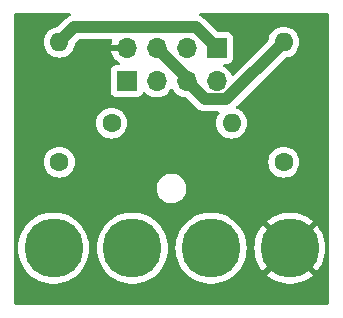
<source format=gbl>
G04 #@! TF.GenerationSoftware,KiCad,Pcbnew,7.0.10*
G04 #@! TF.CreationDate,2024-07-28T21:48:16+02:00*
G04 #@! TF.ProjectId,Traffic LED Board,54726166-6669-4632-904c-454420426f61,rev?*
G04 #@! TF.SameCoordinates,Original*
G04 #@! TF.FileFunction,Copper,L2,Bot*
G04 #@! TF.FilePolarity,Positive*
%FSLAX46Y46*%
G04 Gerber Fmt 4.6, Leading zero omitted, Abs format (unit mm)*
G04 Created by KiCad (PCBNEW 7.0.10) date 2024-07-28 21:48:16*
%MOMM*%
%LPD*%
G01*
G04 APERTURE LIST*
G04 #@! TA.AperFunction,ComponentPad*
%ADD10R,1.700000X1.700000*%
G04 #@! TD*
G04 #@! TA.AperFunction,ComponentPad*
%ADD11O,1.700000X1.700000*%
G04 #@! TD*
G04 #@! TA.AperFunction,ComponentPad*
%ADD12C,5.000000*%
G04 #@! TD*
G04 #@! TA.AperFunction,ComponentPad*
%ADD13C,1.600000*%
G04 #@! TD*
G04 #@! TA.AperFunction,ComponentPad*
%ADD14O,1.600000X1.600000*%
G04 #@! TD*
G04 #@! TA.AperFunction,Conductor*
%ADD15C,1.000000*%
G04 #@! TD*
G04 APERTURE END LIST*
D10*
X109474000Y-105918000D03*
D11*
X112014000Y-105918000D03*
X114554000Y-105918000D03*
X117094000Y-105918000D03*
D12*
X109950599Y-120064356D03*
D13*
X103774000Y-112776000D03*
D14*
X103774000Y-102616000D03*
D13*
X122774000Y-112776000D03*
D14*
X122774000Y-102616000D03*
D10*
X117094000Y-103124000D03*
D11*
X114554000Y-103124000D03*
X112014000Y-103124000D03*
X109474000Y-103124000D03*
D12*
X103283933Y-120064356D03*
X123283933Y-120064356D03*
D13*
X108194000Y-109474000D03*
D14*
X118354000Y-109474000D03*
D12*
X116617265Y-120064356D03*
D15*
X115316000Y-101346000D02*
X105044000Y-101346000D01*
X117094000Y-103124000D02*
X115316000Y-101346000D01*
X105044000Y-101346000D02*
X103774000Y-102616000D01*
X116104000Y-107468000D02*
X117922000Y-107468000D01*
X114554000Y-105664000D02*
X112014000Y-103124000D01*
X114554000Y-105918000D02*
X114554000Y-105664000D01*
X117922000Y-107468000D02*
X122774000Y-102616000D01*
X114554000Y-105918000D02*
X116104000Y-107468000D01*
G04 #@! TA.AperFunction,Conductor*
G36*
X104692381Y-100185224D02*
G01*
X104738136Y-100238028D01*
X104748080Y-100307186D01*
X104719055Y-100370742D01*
X104661338Y-100408199D01*
X104658800Y-100408968D01*
X104656191Y-100409760D01*
X104481001Y-100503401D01*
X104480994Y-100503405D01*
X104327431Y-100629432D01*
X104299706Y-100663215D01*
X104291535Y-100672229D01*
X103682368Y-101281396D01*
X103621045Y-101314881D01*
X103605497Y-101317243D01*
X103545916Y-101322456D01*
X103545910Y-101322457D01*
X103324761Y-101381714D01*
X103324750Y-101381718D01*
X103117254Y-101478475D01*
X103117252Y-101478476D01*
X103117251Y-101478477D01*
X102929700Y-101609802D01*
X102929698Y-101609803D01*
X102929695Y-101609806D01*
X102767806Y-101771695D01*
X102767803Y-101771698D01*
X102767802Y-101771700D01*
X102731804Y-101823111D01*
X102636476Y-101959252D01*
X102636475Y-101959254D01*
X102539718Y-102166750D01*
X102539714Y-102166761D01*
X102480457Y-102387910D01*
X102480456Y-102387918D01*
X102460502Y-102615998D01*
X102460502Y-102616001D01*
X102480456Y-102844081D01*
X102480457Y-102844089D01*
X102539714Y-103065238D01*
X102539718Y-103065249D01*
X102625869Y-103250000D01*
X102636477Y-103272749D01*
X102767802Y-103460300D01*
X102929700Y-103622198D01*
X103117251Y-103753523D01*
X103158572Y-103772791D01*
X103324750Y-103850281D01*
X103324752Y-103850281D01*
X103324757Y-103850284D01*
X103545913Y-103909543D01*
X103708832Y-103923796D01*
X103773998Y-103929498D01*
X103774000Y-103929498D01*
X103774002Y-103929498D01*
X103831021Y-103924509D01*
X104002087Y-103909543D01*
X104223243Y-103850284D01*
X104430749Y-103753523D01*
X104618300Y-103622198D01*
X104780198Y-103460300D01*
X104911523Y-103272749D01*
X105008284Y-103065243D01*
X105067543Y-102844087D01*
X105072755Y-102784503D01*
X105098207Y-102719436D01*
X105108586Y-102707646D01*
X105425416Y-102390816D01*
X105486738Y-102357334D01*
X105513096Y-102354500D01*
X108148623Y-102354500D01*
X108215662Y-102374185D01*
X108261417Y-102426989D01*
X108271361Y-102496147D01*
X108261005Y-102530905D01*
X108200569Y-102660507D01*
X108200567Y-102660513D01*
X108143364Y-102873999D01*
X108143364Y-102874000D01*
X109040314Y-102874000D01*
X109014507Y-102914156D01*
X108974000Y-103052111D01*
X108974000Y-103195889D01*
X109014507Y-103333844D01*
X109040314Y-103374000D01*
X108143364Y-103374000D01*
X108200567Y-103587486D01*
X108200570Y-103587492D01*
X108300399Y-103801578D01*
X108435894Y-103995082D01*
X108602917Y-104162105D01*
X108796421Y-104297600D01*
X108851145Y-104323118D01*
X108903584Y-104369290D01*
X108922736Y-104436484D01*
X108902520Y-104503365D01*
X108849355Y-104548700D01*
X108798740Y-104559500D01*
X108575345Y-104559500D01*
X108514797Y-104566011D01*
X108514795Y-104566011D01*
X108377795Y-104617111D01*
X108260739Y-104704739D01*
X108173111Y-104821795D01*
X108122011Y-104958795D01*
X108122011Y-104958797D01*
X108115500Y-105019345D01*
X108115500Y-106816654D01*
X108122011Y-106877202D01*
X108122011Y-106877204D01*
X108173111Y-107014204D01*
X108260739Y-107131261D01*
X108377796Y-107218889D01*
X108514799Y-107269989D01*
X108542050Y-107272918D01*
X108575345Y-107276499D01*
X108575362Y-107276500D01*
X110372638Y-107276500D01*
X110372654Y-107276499D01*
X110399692Y-107273591D01*
X110433201Y-107269989D01*
X110570204Y-107218889D01*
X110687261Y-107131261D01*
X110774889Y-107014204D01*
X110820138Y-106892887D01*
X110862009Y-106836956D01*
X110927474Y-106812539D01*
X110995746Y-106827391D01*
X111027545Y-106852236D01*
X111090760Y-106920906D01*
X111268424Y-107059189D01*
X111268425Y-107059189D01*
X111268427Y-107059191D01*
X111395135Y-107127761D01*
X111466426Y-107166342D01*
X111679365Y-107239444D01*
X111901431Y-107276500D01*
X112126569Y-107276500D01*
X112348635Y-107239444D01*
X112561574Y-107166342D01*
X112759576Y-107059189D01*
X112937240Y-106920906D01*
X113089722Y-106755268D01*
X113180193Y-106616790D01*
X113233338Y-106571437D01*
X113302569Y-106562013D01*
X113365905Y-106591515D01*
X113387804Y-106616787D01*
X113478278Y-106755268D01*
X113478283Y-106755273D01*
X113478284Y-106755276D01*
X113604968Y-106892889D01*
X113630760Y-106920906D01*
X113808424Y-107059189D01*
X113808425Y-107059189D01*
X113808427Y-107059191D01*
X113935135Y-107127761D01*
X114006426Y-107166342D01*
X114219365Y-107239444D01*
X114441431Y-107276500D01*
X114441441Y-107276500D01*
X114445008Y-107276796D01*
X114446382Y-107277326D01*
X114446489Y-107277344D01*
X114446485Y-107277365D01*
X114510194Y-107301944D01*
X114522458Y-107312692D01*
X115351534Y-108141768D01*
X115359706Y-108150784D01*
X115384057Y-108180456D01*
X115387432Y-108184568D01*
X115540994Y-108310594D01*
X115541001Y-108310598D01*
X115589414Y-108336475D01*
X115716196Y-108404241D01*
X115906299Y-108461909D01*
X116104000Y-108481380D01*
X116144490Y-108477392D01*
X116147489Y-108477097D01*
X116159642Y-108476500D01*
X117216872Y-108476500D01*
X117283911Y-108496185D01*
X117329666Y-108548989D01*
X117339610Y-108618147D01*
X117318447Y-108671622D01*
X117251031Y-108767902D01*
X117216476Y-108817252D01*
X117216475Y-108817254D01*
X117119718Y-109024750D01*
X117119714Y-109024761D01*
X117060457Y-109245910D01*
X117060456Y-109245918D01*
X117040502Y-109473998D01*
X117040502Y-109474001D01*
X117060456Y-109702081D01*
X117060457Y-109702089D01*
X117119714Y-109923238D01*
X117119718Y-109923249D01*
X117216475Y-110130745D01*
X117216477Y-110130749D01*
X117347802Y-110318300D01*
X117509700Y-110480198D01*
X117697251Y-110611523D01*
X117822091Y-110669736D01*
X117904750Y-110708281D01*
X117904752Y-110708281D01*
X117904757Y-110708284D01*
X118125913Y-110767543D01*
X118288832Y-110781796D01*
X118353998Y-110787498D01*
X118354000Y-110787498D01*
X118354002Y-110787498D01*
X118411021Y-110782509D01*
X118582087Y-110767543D01*
X118803243Y-110708284D01*
X119010749Y-110611523D01*
X119198300Y-110480198D01*
X119360198Y-110318300D01*
X119491523Y-110130749D01*
X119588284Y-109923243D01*
X119647543Y-109702087D01*
X119667498Y-109474000D01*
X119647543Y-109245913D01*
X119588284Y-109024757D01*
X119491523Y-108817251D01*
X119360198Y-108629700D01*
X119198300Y-108467802D01*
X119010749Y-108336477D01*
X118955242Y-108310594D01*
X118809117Y-108242455D01*
X118756677Y-108196283D01*
X118737525Y-108129090D01*
X118757740Y-108062208D01*
X118773835Y-108042397D01*
X122865632Y-103950600D01*
X122926953Y-103917117D01*
X122942496Y-103914756D01*
X123002087Y-103909543D01*
X123223243Y-103850284D01*
X123430749Y-103753523D01*
X123618300Y-103622198D01*
X123780198Y-103460300D01*
X123911523Y-103272749D01*
X124008284Y-103065243D01*
X124067543Y-102844087D01*
X124087498Y-102616000D01*
X124067543Y-102387913D01*
X124008284Y-102166757D01*
X123911523Y-101959251D01*
X123780198Y-101771700D01*
X123618300Y-101609802D01*
X123430749Y-101478477D01*
X123430745Y-101478475D01*
X123223249Y-101381718D01*
X123223238Y-101381714D01*
X123002089Y-101322457D01*
X123002081Y-101322456D01*
X122774002Y-101302502D01*
X122773998Y-101302502D01*
X122545918Y-101322456D01*
X122545910Y-101322457D01*
X122324761Y-101381714D01*
X122324750Y-101381718D01*
X122117254Y-101478475D01*
X122117252Y-101478476D01*
X122117251Y-101478477D01*
X121929700Y-101609802D01*
X121929698Y-101609803D01*
X121929695Y-101609806D01*
X121767806Y-101771695D01*
X121767803Y-101771698D01*
X121767802Y-101771700D01*
X121731804Y-101823111D01*
X121636476Y-101959252D01*
X121636475Y-101959254D01*
X121539718Y-102166750D01*
X121539714Y-102166761D01*
X121480457Y-102387910D01*
X121480456Y-102387916D01*
X121475243Y-102447497D01*
X121449789Y-102512565D01*
X121439396Y-102524368D01*
X118537754Y-105426010D01*
X118476431Y-105459495D01*
X118406739Y-105454511D01*
X118350806Y-105412639D01*
X118337691Y-105390733D01*
X118267602Y-105240426D01*
X118267599Y-105240420D01*
X118132113Y-105046926D01*
X118132108Y-105046920D01*
X117965082Y-104879894D01*
X117771578Y-104744399D01*
X117716855Y-104718882D01*
X117664416Y-104672710D01*
X117645264Y-104605516D01*
X117665480Y-104538635D01*
X117718645Y-104493300D01*
X117769260Y-104482500D01*
X117992638Y-104482500D01*
X117992654Y-104482499D01*
X118019692Y-104479591D01*
X118053201Y-104475989D01*
X118190204Y-104424889D01*
X118307261Y-104337261D01*
X118394889Y-104220204D01*
X118445989Y-104083201D01*
X118449591Y-104049692D01*
X118452499Y-104022654D01*
X118452500Y-104022637D01*
X118452500Y-102225362D01*
X118452499Y-102225345D01*
X118449157Y-102194270D01*
X118445989Y-102164799D01*
X118394889Y-102027796D01*
X118307261Y-101910739D01*
X118190204Y-101823111D01*
X118053203Y-101772011D01*
X117992654Y-101765500D01*
X117992638Y-101765500D01*
X117213096Y-101765500D01*
X117146057Y-101745815D01*
X117125415Y-101729181D01*
X116068464Y-100672230D01*
X116060291Y-100663213D01*
X116032567Y-100629430D01*
X115879005Y-100503405D01*
X115878998Y-100503401D01*
X115703808Y-100409760D01*
X115702329Y-100409311D01*
X115698661Y-100408199D01*
X115640224Y-100369902D01*
X115611768Y-100306090D01*
X115622328Y-100237023D01*
X115668552Y-100184629D01*
X115734658Y-100165539D01*
X126484461Y-100165539D01*
X126551500Y-100185224D01*
X126597255Y-100238028D01*
X126608461Y-100289539D01*
X126608461Y-124710461D01*
X126588776Y-124777500D01*
X126535972Y-124823255D01*
X126484461Y-124834461D01*
X100063539Y-124834461D01*
X99996500Y-124814776D01*
X99950745Y-124761972D01*
X99939539Y-124710461D01*
X99939539Y-120064359D01*
X100270334Y-120064359D01*
X100290711Y-120414213D01*
X100290712Y-120414224D01*
X100351563Y-120759331D01*
X100351565Y-120759338D01*
X100452076Y-121095069D01*
X100590879Y-121416848D01*
X100590885Y-121416861D01*
X100766108Y-121720357D01*
X100975378Y-122001456D01*
X100975383Y-122001462D01*
X100978394Y-122004653D01*
X101215876Y-122256368D01*
X101215882Y-122256373D01*
X101215884Y-122256375D01*
X101476197Y-122474805D01*
X101484336Y-122481634D01*
X101777133Y-122674209D01*
X102090307Y-122831491D01*
X102419623Y-122951352D01*
X102419629Y-122951353D01*
X102419631Y-122951354D01*
X102760611Y-123032169D01*
X102760618Y-123032170D01*
X102760627Y-123032172D01*
X103108708Y-123072856D01*
X103108715Y-123072856D01*
X103459151Y-123072856D01*
X103459158Y-123072856D01*
X103807239Y-123032172D01*
X103807248Y-123032169D01*
X103807254Y-123032169D01*
X104082304Y-122966979D01*
X104148243Y-122951352D01*
X104477559Y-122831491D01*
X104790733Y-122674209D01*
X105083530Y-122481634D01*
X105351990Y-122256368D01*
X105592484Y-122001460D01*
X105801758Y-121720356D01*
X105976983Y-121416857D01*
X106115790Y-121095068D01*
X106216300Y-120759340D01*
X106216650Y-120757358D01*
X106277153Y-120414224D01*
X106277152Y-120414224D01*
X106277155Y-120414213D01*
X106297532Y-120064359D01*
X106937000Y-120064359D01*
X106957377Y-120414213D01*
X106957378Y-120414224D01*
X107018229Y-120759331D01*
X107018231Y-120759338D01*
X107118742Y-121095069D01*
X107257545Y-121416848D01*
X107257551Y-121416861D01*
X107432774Y-121720357D01*
X107642044Y-122001456D01*
X107642049Y-122001462D01*
X107645060Y-122004653D01*
X107882542Y-122256368D01*
X107882548Y-122256373D01*
X107882550Y-122256375D01*
X108142863Y-122474805D01*
X108151002Y-122481634D01*
X108443799Y-122674209D01*
X108756973Y-122831491D01*
X109086289Y-122951352D01*
X109086295Y-122951353D01*
X109086297Y-122951354D01*
X109427277Y-123032169D01*
X109427284Y-123032170D01*
X109427293Y-123032172D01*
X109775374Y-123072856D01*
X109775381Y-123072856D01*
X110125817Y-123072856D01*
X110125824Y-123072856D01*
X110473905Y-123032172D01*
X110473914Y-123032169D01*
X110473920Y-123032169D01*
X110748970Y-122966979D01*
X110814909Y-122951352D01*
X111144225Y-122831491D01*
X111457399Y-122674209D01*
X111750196Y-122481634D01*
X112018656Y-122256368D01*
X112259150Y-122001460D01*
X112468424Y-121720356D01*
X112643649Y-121416857D01*
X112782456Y-121095068D01*
X112882966Y-120759340D01*
X112883316Y-120757358D01*
X112943819Y-120414224D01*
X112943818Y-120414224D01*
X112943821Y-120414213D01*
X112964198Y-120064359D01*
X113603666Y-120064359D01*
X113624043Y-120414213D01*
X113624044Y-120414224D01*
X113684895Y-120759331D01*
X113684897Y-120759338D01*
X113785408Y-121095069D01*
X113924211Y-121416848D01*
X113924217Y-121416861D01*
X114099440Y-121720357D01*
X114308710Y-122001456D01*
X114308715Y-122001462D01*
X114311726Y-122004653D01*
X114549208Y-122256368D01*
X114549214Y-122256373D01*
X114549216Y-122256375D01*
X114809529Y-122474805D01*
X114817668Y-122481634D01*
X115110465Y-122674209D01*
X115423639Y-122831491D01*
X115752955Y-122951352D01*
X115752961Y-122951353D01*
X115752963Y-122951354D01*
X116093943Y-123032169D01*
X116093950Y-123032170D01*
X116093959Y-123032172D01*
X116442040Y-123072856D01*
X116442047Y-123072856D01*
X116792483Y-123072856D01*
X116792490Y-123072856D01*
X117140571Y-123032172D01*
X117140580Y-123032169D01*
X117140586Y-123032169D01*
X117415636Y-122966979D01*
X117481575Y-122951352D01*
X117810891Y-122831491D01*
X118124065Y-122674209D01*
X118416862Y-122481634D01*
X118685322Y-122256368D01*
X118925816Y-122001460D01*
X119135090Y-121720356D01*
X119310315Y-121416857D01*
X119449122Y-121095068D01*
X119549632Y-120759340D01*
X119549982Y-120757358D01*
X119610485Y-120414224D01*
X119610484Y-120414224D01*
X119610487Y-120414213D01*
X119630864Y-120064359D01*
X120278849Y-120064359D01*
X120299168Y-120413225D01*
X120299169Y-120413236D01*
X120359847Y-120757358D01*
X120359849Y-120757367D01*
X120460078Y-121092156D01*
X120598488Y-121413026D01*
X120598494Y-121413039D01*
X120773222Y-121715678D01*
X120981900Y-121995981D01*
X120990081Y-122004652D01*
X122237597Y-120757136D01*
X122376788Y-120931676D01*
X122546232Y-121079714D01*
X122593741Y-121108099D01*
X121346751Y-122355089D01*
X121346752Y-122355090D01*
X121489417Y-122474801D01*
X121781394Y-122666836D01*
X122093672Y-122823670D01*
X122093678Y-122823672D01*
X122422063Y-122943194D01*
X122422066Y-122943195D01*
X122762104Y-123023785D01*
X123109209Y-123064355D01*
X123109210Y-123064356D01*
X123458656Y-123064356D01*
X123458656Y-123064355D01*
X123805760Y-123023785D01*
X123805762Y-123023785D01*
X124145799Y-122943195D01*
X124145802Y-122943194D01*
X124474187Y-122823672D01*
X124474193Y-122823670D01*
X124786471Y-122666836D01*
X125078442Y-122474805D01*
X125078443Y-122474804D01*
X125221112Y-122355090D01*
X125221113Y-122355089D01*
X123974059Y-121108034D01*
X124109680Y-121009500D01*
X124265172Y-120846868D01*
X124326734Y-120753605D01*
X125577782Y-122004653D01*
X125577784Y-122004652D01*
X125585955Y-121995992D01*
X125585966Y-121995979D01*
X125794643Y-121715678D01*
X125969371Y-121413039D01*
X125969377Y-121413026D01*
X126107787Y-121092156D01*
X126208016Y-120757367D01*
X126208018Y-120757358D01*
X126268696Y-120413236D01*
X126268697Y-120413225D01*
X126289017Y-120064359D01*
X126289017Y-120064352D01*
X126268697Y-119715486D01*
X126268696Y-119715475D01*
X126208018Y-119371353D01*
X126208016Y-119371344D01*
X126107787Y-119036555D01*
X125969377Y-118715685D01*
X125969371Y-118715672D01*
X125794643Y-118413033D01*
X125585965Y-118132730D01*
X125577783Y-118124058D01*
X124330267Y-119371573D01*
X124191078Y-119197036D01*
X124021634Y-119048998D01*
X123974123Y-119020611D01*
X125221113Y-117773621D01*
X125221112Y-117773620D01*
X125078452Y-117653913D01*
X124786471Y-117461875D01*
X124474193Y-117305041D01*
X124474187Y-117305039D01*
X124145802Y-117185517D01*
X124145799Y-117185516D01*
X123805761Y-117104926D01*
X123458656Y-117064356D01*
X123109210Y-117064356D01*
X122762105Y-117104926D01*
X122762103Y-117104926D01*
X122422066Y-117185516D01*
X122422063Y-117185517D01*
X122093678Y-117305039D01*
X122093672Y-117305041D01*
X121781394Y-117461875D01*
X121489413Y-117653913D01*
X121346752Y-117773620D01*
X121346751Y-117773621D01*
X122593807Y-119020677D01*
X122458186Y-119119212D01*
X122302694Y-119281844D01*
X122241131Y-119375107D01*
X120990081Y-118124057D01*
X120990080Y-118124058D01*
X120981909Y-118132719D01*
X120981905Y-118132724D01*
X120773222Y-118413033D01*
X120598494Y-118715672D01*
X120598488Y-118715685D01*
X120460078Y-119036555D01*
X120359849Y-119371344D01*
X120359847Y-119371353D01*
X120299169Y-119715475D01*
X120299168Y-119715486D01*
X120278849Y-120064352D01*
X120278849Y-120064359D01*
X119630864Y-120064359D01*
X119630864Y-120064356D01*
X119610487Y-119714499D01*
X119585200Y-119571089D01*
X119549634Y-119369380D01*
X119549632Y-119369373D01*
X119474739Y-119119212D01*
X119449122Y-119033644D01*
X119310315Y-118711855D01*
X119135090Y-118408356D01*
X119135089Y-118408354D01*
X118925819Y-118127255D01*
X118925814Y-118127249D01*
X118809527Y-118003994D01*
X118685322Y-117872344D01*
X118685315Y-117872338D01*
X118685313Y-117872336D01*
X118416865Y-117647080D01*
X118416862Y-117647078D01*
X118124065Y-117454503D01*
X118118760Y-117451838D01*
X117810898Y-117297224D01*
X117810892Y-117297221D01*
X117481587Y-117177364D01*
X117481566Y-117177357D01*
X117140586Y-117096542D01*
X117140571Y-117096540D01*
X116792490Y-117055856D01*
X116442040Y-117055856D01*
X116137469Y-117091454D01*
X116093958Y-117096540D01*
X116093943Y-117096542D01*
X115752963Y-117177357D01*
X115752942Y-117177364D01*
X115423637Y-117297221D01*
X115423631Y-117297224D01*
X115110468Y-117454501D01*
X114817664Y-117647080D01*
X114549216Y-117872336D01*
X114549206Y-117872346D01*
X114308715Y-118127249D01*
X114308710Y-118127255D01*
X114099440Y-118408354D01*
X113924217Y-118711850D01*
X113924211Y-118711863D01*
X113785408Y-119033642D01*
X113684897Y-119369373D01*
X113684895Y-119369380D01*
X113624044Y-119714487D01*
X113624043Y-119714498D01*
X113603666Y-120064352D01*
X113603666Y-120064359D01*
X112964198Y-120064359D01*
X112964198Y-120064356D01*
X112943821Y-119714499D01*
X112918534Y-119571089D01*
X112882968Y-119369380D01*
X112882966Y-119369373D01*
X112808073Y-119119212D01*
X112782456Y-119033644D01*
X112643649Y-118711855D01*
X112468424Y-118408356D01*
X112468423Y-118408354D01*
X112259153Y-118127255D01*
X112259148Y-118127249D01*
X112142861Y-118003994D01*
X112018656Y-117872344D01*
X112018649Y-117872338D01*
X112018647Y-117872336D01*
X111750199Y-117647080D01*
X111750196Y-117647078D01*
X111457399Y-117454503D01*
X111452094Y-117451838D01*
X111144232Y-117297224D01*
X111144226Y-117297221D01*
X110814921Y-117177364D01*
X110814900Y-117177357D01*
X110473920Y-117096542D01*
X110473905Y-117096540D01*
X110125824Y-117055856D01*
X109775374Y-117055856D01*
X109470803Y-117091454D01*
X109427292Y-117096540D01*
X109427277Y-117096542D01*
X109086297Y-117177357D01*
X109086276Y-117177364D01*
X108756971Y-117297221D01*
X108756965Y-117297224D01*
X108443802Y-117454501D01*
X108150998Y-117647080D01*
X107882550Y-117872336D01*
X107882540Y-117872346D01*
X107642049Y-118127249D01*
X107642044Y-118127255D01*
X107432774Y-118408354D01*
X107257551Y-118711850D01*
X107257545Y-118711863D01*
X107118742Y-119033642D01*
X107018231Y-119369373D01*
X107018229Y-119369380D01*
X106957378Y-119714487D01*
X106957377Y-119714498D01*
X106937000Y-120064352D01*
X106937000Y-120064359D01*
X106297532Y-120064359D01*
X106297532Y-120064356D01*
X106277155Y-119714499D01*
X106251868Y-119571089D01*
X106216302Y-119369380D01*
X106216300Y-119369373D01*
X106141407Y-119119212D01*
X106115790Y-119033644D01*
X105976983Y-118711855D01*
X105801758Y-118408356D01*
X105801757Y-118408354D01*
X105592487Y-118127255D01*
X105592482Y-118127249D01*
X105476195Y-118003994D01*
X105351990Y-117872344D01*
X105351983Y-117872338D01*
X105351981Y-117872336D01*
X105083533Y-117647080D01*
X105083530Y-117647078D01*
X104790733Y-117454503D01*
X104785428Y-117451838D01*
X104477566Y-117297224D01*
X104477560Y-117297221D01*
X104148255Y-117177364D01*
X104148234Y-117177357D01*
X103807254Y-117096542D01*
X103807239Y-117096540D01*
X103459158Y-117055856D01*
X103108708Y-117055856D01*
X102804137Y-117091454D01*
X102760626Y-117096540D01*
X102760611Y-117096542D01*
X102419631Y-117177357D01*
X102419610Y-117177364D01*
X102090305Y-117297221D01*
X102090299Y-117297224D01*
X101777136Y-117454501D01*
X101484332Y-117647080D01*
X101215884Y-117872336D01*
X101215874Y-117872346D01*
X100975383Y-118127249D01*
X100975378Y-118127255D01*
X100766108Y-118408354D01*
X100590885Y-118711850D01*
X100590879Y-118711863D01*
X100452076Y-119033642D01*
X100351565Y-119369373D01*
X100351563Y-119369380D01*
X100290712Y-119714487D01*
X100290711Y-119714498D01*
X100270334Y-120064352D01*
X100270334Y-120064359D01*
X99939539Y-120064359D01*
X99939539Y-115056330D01*
X112019710Y-115056330D01*
X112049925Y-115279387D01*
X112049926Y-115279390D01*
X112119483Y-115493465D01*
X112226146Y-115691678D01*
X112226148Y-115691681D01*
X112366489Y-115867663D01*
X112366491Y-115867664D01*
X112366492Y-115867666D01*
X112536004Y-116015765D01*
X112729236Y-116131215D01*
X112939976Y-116210307D01*
X113161450Y-116250500D01*
X113161453Y-116250500D01*
X113330148Y-116250500D01*
X113330155Y-116250500D01*
X113498188Y-116235377D01*
X113498192Y-116235376D01*
X113715160Y-116175496D01*
X113715162Y-116175495D01*
X113715170Y-116175493D01*
X113917973Y-116077829D01*
X114100078Y-115945522D01*
X114255632Y-115782825D01*
X114379635Y-115594968D01*
X114468103Y-115387988D01*
X114518191Y-115168537D01*
X114528290Y-114943670D01*
X114498075Y-114720613D01*
X114428517Y-114506536D01*
X114321852Y-114308319D01*
X114181508Y-114132334D01*
X114011996Y-113984235D01*
X113818764Y-113868785D01*
X113700775Y-113824503D01*
X113608023Y-113789692D01*
X113386550Y-113749500D01*
X113386547Y-113749500D01*
X113217845Y-113749500D01*
X113179399Y-113752960D01*
X113049813Y-113764622D01*
X113049807Y-113764623D01*
X112832839Y-113824503D01*
X112832826Y-113824508D01*
X112630033Y-113922167D01*
X112630025Y-113922171D01*
X112447927Y-114054473D01*
X112447925Y-114054474D01*
X112292366Y-114217176D01*
X112168363Y-114405033D01*
X112079899Y-114612004D01*
X112079895Y-114612017D01*
X112029810Y-114831457D01*
X112029808Y-114831468D01*
X112024769Y-114943674D01*
X112019710Y-115056330D01*
X99939539Y-115056330D01*
X99939539Y-112776001D01*
X102460502Y-112776001D01*
X102480456Y-113004081D01*
X102480457Y-113004089D01*
X102539714Y-113225238D01*
X102539718Y-113225249D01*
X102636475Y-113432745D01*
X102636477Y-113432749D01*
X102767802Y-113620300D01*
X102929700Y-113782198D01*
X103117251Y-113913523D01*
X103242091Y-113971736D01*
X103324750Y-114010281D01*
X103324752Y-114010281D01*
X103324757Y-114010284D01*
X103545913Y-114069543D01*
X103708832Y-114083796D01*
X103773998Y-114089498D01*
X103774000Y-114089498D01*
X103774002Y-114089498D01*
X103831021Y-114084509D01*
X104002087Y-114069543D01*
X104223243Y-114010284D01*
X104430749Y-113913523D01*
X104618300Y-113782198D01*
X104780198Y-113620300D01*
X104911523Y-113432749D01*
X105008284Y-113225243D01*
X105067543Y-113004087D01*
X105087498Y-112776001D01*
X121460502Y-112776001D01*
X121480456Y-113004081D01*
X121480457Y-113004089D01*
X121539714Y-113225238D01*
X121539718Y-113225249D01*
X121636475Y-113432745D01*
X121636477Y-113432749D01*
X121767802Y-113620300D01*
X121929700Y-113782198D01*
X122117251Y-113913523D01*
X122242091Y-113971736D01*
X122324750Y-114010281D01*
X122324752Y-114010281D01*
X122324757Y-114010284D01*
X122545913Y-114069543D01*
X122708832Y-114083796D01*
X122773998Y-114089498D01*
X122774000Y-114089498D01*
X122774002Y-114089498D01*
X122831021Y-114084509D01*
X123002087Y-114069543D01*
X123223243Y-114010284D01*
X123430749Y-113913523D01*
X123618300Y-113782198D01*
X123780198Y-113620300D01*
X123911523Y-113432749D01*
X124008284Y-113225243D01*
X124067543Y-113004087D01*
X124087498Y-112776000D01*
X124067543Y-112547913D01*
X124008284Y-112326757D01*
X123911523Y-112119251D01*
X123780198Y-111931700D01*
X123618300Y-111769802D01*
X123430749Y-111638477D01*
X123430745Y-111638475D01*
X123223249Y-111541718D01*
X123223238Y-111541714D01*
X123002089Y-111482457D01*
X123002081Y-111482456D01*
X122774002Y-111462502D01*
X122773998Y-111462502D01*
X122545918Y-111482456D01*
X122545910Y-111482457D01*
X122324761Y-111541714D01*
X122324750Y-111541718D01*
X122117254Y-111638475D01*
X122117252Y-111638476D01*
X122117251Y-111638477D01*
X121929700Y-111769802D01*
X121929698Y-111769803D01*
X121929695Y-111769806D01*
X121767806Y-111931695D01*
X121636476Y-112119252D01*
X121636475Y-112119254D01*
X121539718Y-112326750D01*
X121539714Y-112326761D01*
X121480457Y-112547910D01*
X121480456Y-112547918D01*
X121460502Y-112775998D01*
X121460502Y-112776001D01*
X105087498Y-112776001D01*
X105087498Y-112776000D01*
X105067543Y-112547913D01*
X105008284Y-112326757D01*
X104911523Y-112119251D01*
X104780198Y-111931700D01*
X104618300Y-111769802D01*
X104430749Y-111638477D01*
X104430745Y-111638475D01*
X104223249Y-111541718D01*
X104223238Y-111541714D01*
X104002089Y-111482457D01*
X104002081Y-111482456D01*
X103774002Y-111462502D01*
X103773998Y-111462502D01*
X103545918Y-111482456D01*
X103545910Y-111482457D01*
X103324761Y-111541714D01*
X103324750Y-111541718D01*
X103117254Y-111638475D01*
X103117252Y-111638476D01*
X103117251Y-111638477D01*
X102929700Y-111769802D01*
X102929698Y-111769803D01*
X102929695Y-111769806D01*
X102767806Y-111931695D01*
X102636476Y-112119252D01*
X102636475Y-112119254D01*
X102539718Y-112326750D01*
X102539714Y-112326761D01*
X102480457Y-112547910D01*
X102480456Y-112547918D01*
X102460502Y-112775998D01*
X102460502Y-112776001D01*
X99939539Y-112776001D01*
X99939539Y-109474001D01*
X106880502Y-109474001D01*
X106900456Y-109702081D01*
X106900457Y-109702089D01*
X106959714Y-109923238D01*
X106959718Y-109923249D01*
X107056475Y-110130745D01*
X107056477Y-110130749D01*
X107187802Y-110318300D01*
X107349700Y-110480198D01*
X107537251Y-110611523D01*
X107662091Y-110669736D01*
X107744750Y-110708281D01*
X107744752Y-110708281D01*
X107744757Y-110708284D01*
X107965913Y-110767543D01*
X108128832Y-110781796D01*
X108193998Y-110787498D01*
X108194000Y-110787498D01*
X108194002Y-110787498D01*
X108251021Y-110782509D01*
X108422087Y-110767543D01*
X108643243Y-110708284D01*
X108850749Y-110611523D01*
X109038300Y-110480198D01*
X109200198Y-110318300D01*
X109331523Y-110130749D01*
X109428284Y-109923243D01*
X109487543Y-109702087D01*
X109507498Y-109474000D01*
X109487543Y-109245913D01*
X109428284Y-109024757D01*
X109331523Y-108817251D01*
X109200198Y-108629700D01*
X109038300Y-108467802D01*
X108850749Y-108336477D01*
X108850745Y-108336475D01*
X108643249Y-108239718D01*
X108643238Y-108239714D01*
X108422089Y-108180457D01*
X108422081Y-108180456D01*
X108194002Y-108160502D01*
X108193998Y-108160502D01*
X107965918Y-108180456D01*
X107965910Y-108180457D01*
X107744761Y-108239714D01*
X107744750Y-108239718D01*
X107537254Y-108336475D01*
X107537252Y-108336476D01*
X107537251Y-108336477D01*
X107349700Y-108467802D01*
X107349698Y-108467803D01*
X107349695Y-108467806D01*
X107187806Y-108629695D01*
X107187803Y-108629698D01*
X107187802Y-108629700D01*
X107105767Y-108746856D01*
X107056476Y-108817252D01*
X107056475Y-108817254D01*
X106959718Y-109024750D01*
X106959714Y-109024761D01*
X106900457Y-109245910D01*
X106900456Y-109245918D01*
X106880502Y-109473998D01*
X106880502Y-109474001D01*
X99939539Y-109474001D01*
X99939539Y-100289539D01*
X99959224Y-100222500D01*
X100012028Y-100176745D01*
X100063539Y-100165539D01*
X104625342Y-100165539D01*
X104692381Y-100185224D01*
G37*
G04 #@! TD.AperFunction*
M02*

</source>
